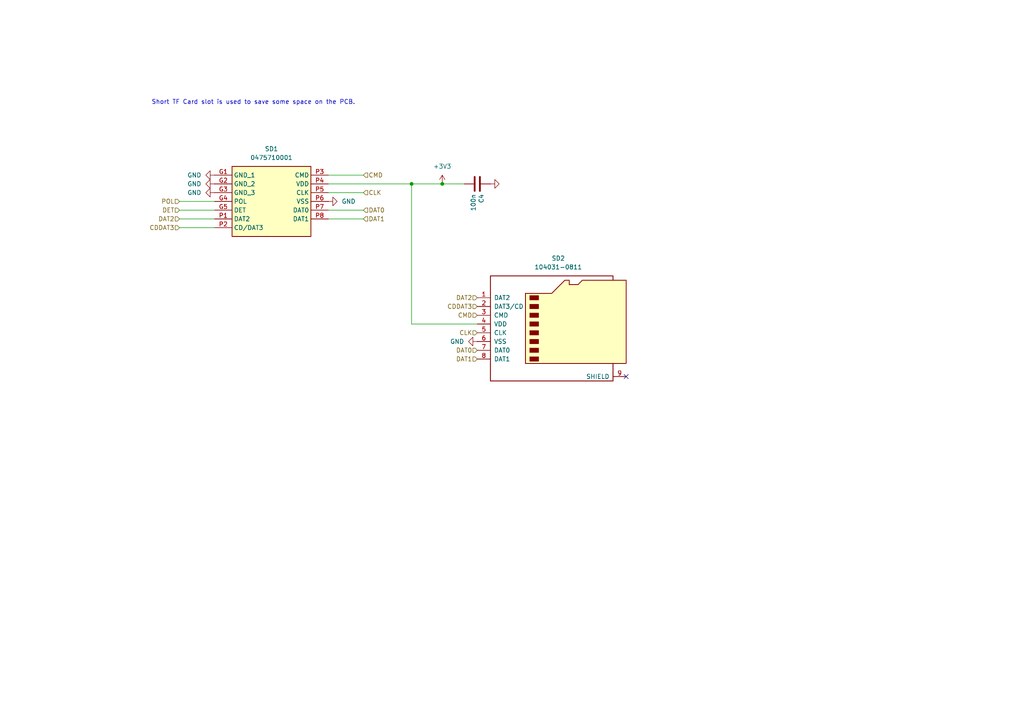
<source format=kicad_sch>
(kicad_sch (version 20231120) (generator "eeschema") (generator_version "8.0")
  (paper "A4")
  (title_block (title "FRANK M2") (date "2025-02-19") (rev "2.1") (company "Mikhail Matveev") (comment 1 "https://github.com/xtremespb/frank"))
  (lib_symbols
    (symbol "Connector:Micro_SD_Card" (pin_names (offset 1.016))
      (property "Reference" "J" (at -16.51 15.24 0))
      (property "Value" "Micro_SD_Card" (at 16.51 15.24 0))
      (symbol "Micro_SD_Card_0_1"
        (rectangle (start -7.62 -9.525) (end -5.08 -10.795) (fill (type outline)))
        (rectangle (start -7.62 -6.985) (end -5.08 -8.255) (fill (type outline)))
        (rectangle (start -7.62 -4.445) (end -5.08 -5.715) (fill (type outline)))
        (rectangle (start -7.62 -1.905) (end -5.08 -3.175) (fill (type outline)))
        (rectangle (start -7.62 0.635) (end -5.08 -0.635) (fill (type outline)))
        (rectangle (start -7.62 3.175) (end -5.08 1.905) (fill (type outline)))
        (rectangle (start -7.62 5.715) (end -5.08 4.445) (fill (type outline)))
        (rectangle (start -7.62 8.255) (end -5.08 6.985) (fill (type outline)))
        (polyline (pts (xy 16.51 12.7) (xy 16.51 13.97) (xy -19.05 13.97) (xy -19.05 -16.51) (xy 16.51 -16.51) (xy 16.51 -11.43)) (stroke (width 0.254)))
        (polyline (pts (xy -8.89 -11.43) (xy -8.89 8.89) (xy -1.27 8.89) (xy 2.54 12.7) (xy 3.81 12.7) (xy 3.81 11.43) (xy 6.35 11.43) (xy 7.62 12.7) (xy 20.32 12.7) (xy 20.32 -11.43) (xy -8.89 -11.43)) (stroke (width 0.254)) (fill (type background)))
      )
      (symbol "Micro_SD_Card_1_1"
        (pin bidirectional line (at -22.86 7.62 0) (length 3.81) (name "DAT2") (number "1"))
        (pin bidirectional line (at -22.86 5.08 0) (length 3.81) (name "DAT3/CD") (number "2"))
        (pin input line (at -22.86 2.54 0) (length 3.81) (name "CMD") (number "3"))
        (pin power_in line (at -22.86 0 0) (length 3.81) (name "VDD") (number "4"))
        (pin input line (at -22.86 -2.54 0) (length 3.81) (name "CLK") (number "5"))
        (pin power_in line (at -22.86 -5.08 0) (length 3.81) (name "VSS") (number "6"))
        (pin bidirectional line (at -22.86 -7.62 0) (length 3.81) (name "DAT0") (number "7"))
        (pin bidirectional line (at -22.86 -10.16 0) (length 3.81) (name "DAT1") (number "8"))
        (pin passive line (at 20.32 -15.24 180) (length 3.81) (name "SHIELD") (number "9"))
      )
    )
    (symbol "Device:C" (pin_numbers hide) (pin_names (offset 0.254))
      (property "Reference" "C" (at 0.635 2.54 0))
      (property "Value" "C" (at 0.635 -2.54 0))
      (symbol "C_0_1"
        (polyline (pts (xy -2.032 -0.762) (xy 2.032 -0.762)) (stroke (width 0.508)))
        (polyline (pts (xy -2.032 0.762) (xy 2.032 0.762)) (stroke (width 0.508)))
      )
      (symbol "C_1_1"
        (pin passive line (at 0 3.81 270) (length 2.794) (name "~") (number "1"))
        (pin passive line (at 0 -3.81 90) (length 2.794) (name "~") (number "2"))
      )
    )
    (symbol "FRANK:MicroSD_Short"
      (property "Reference" "SD1" (at 16.51 7.62 0))
      (property "Value" "MicroSD_Short" (at 16.51 5.08 0))
      (symbol "MicroSD_Short_1_1"
        (rectangle (start 5.08 2.54) (end 27.94 -17.78) (stroke (width 0.254)) (fill (type background)))
        (pin passive line (at 0 0 0) (length 5.08) (name "GND_1") (number "G1"))
        (pin passive line (at 0 -2.54 0) (length 5.08) (name "GND_2") (number "G2"))
        (pin passive line (at 0 -5.08 0) (length 5.08) (name "GND_3") (number "G3"))
        (pin passive line (at 0 -7.62 0) (length 5.08) (name "POL") (number "G4"))
        (pin passive line (at 0 -10.16 0) (length 5.08) (name "DET") (number "G5"))
        (pin passive line (at 0 -12.7 0) (length 5.08) (name "DAT2") (number "P1"))
        (pin passive line (at 0 -15.24 0) (length 5.08) (name "CD/DAT3") (number "P2"))
        (pin passive line (at 33.02 0 180) (length 5.08) (name "CMD") (number "P3"))
        (pin passive line (at 33.02 -2.54 180) (length 5.08) (name "VDD") (number "P4"))
        (pin passive line (at 33.02 -5.08 180) (length 5.08) (name "CLK") (number "P5"))
        (pin passive line (at 33.02 -7.62 180) (length 5.08) (name "VSS") (number "P6"))
        (pin passive line (at 33.02 -10.16 180) (length 5.08) (name "DAT0") (number "P7"))
        (pin passive line (at 33.02 -12.7 180) (length 5.08) (name "DAT1") (number "P8"))
      )
    )
    (symbol "GND_1" (power) (pin_numbers hide) (pin_names (offset 0) hide)
      (property "Value" "GND" (at 0 -3.81 0))
      (symbol "GND_1_0_1"
        (polyline (pts (xy 0 0) (xy 0 -1.27) (xy 1.27 -1.27) (xy 0 -2.54) (xy -1.27 -1.27) (xy 0 -1.27)))
      )
      (symbol "GND_1_1_1"
        (pin power_in line (at 0 0 270) (length 0) (name "~") (number "1"))
      )
    )
    (symbol "power:+3V3" (power) (pin_numbers hide) (pin_names (offset 0) hide)
      (property "Value" "+3V3" (at 0 3.556 0))
      (symbol "+3V3_0_1"
        (polyline (pts (xy -0.762 1.27) (xy 0 2.54)))
        (polyline (pts (xy 0 0) (xy 0 2.54)))
        (polyline (pts (xy 0 2.54) (xy 0.762 1.27)))
      )
      (symbol "+3V3_1_1"
        (pin power_in line (at 0 0 90) (length 0) (name "~") (number "1"))
      )
    )
    (symbol "power:GND" (power) (pin_numbers hide) (pin_names (offset 0) hide)
      (property "Value" "GND" (at 0 -3.81 0))
      (symbol "GND_0_1"
        (polyline (pts (xy 0 0) (xy 0 -1.27) (xy 1.27 -1.27) (xy 0 -2.54) (xy -1.27 -1.27) (xy 0 -1.27)))
      )
      (symbol "GND_1_1"
        (pin power_in line (at 0 0 270) (length 0) (name "~") (number "1"))
      )
    )
  )
  (junction (at 128.27 53.34))
  (junction (at 119.38 53.34))
  (no_connect (at 181.61 109.22))
  (wire (pts (xy 95.25 60.96) (xy 105.41 60.96)))
  (wire (pts (xy 119.38 93.98) (xy 119.38 53.34)))
  (wire (pts (xy 95.25 63.5) (xy 105.41 63.5)))
  (wire (pts (xy 52.07 66.04) (xy 62.23 66.04)))
  (wire (pts (xy 52.07 63.5) (xy 62.23 63.5)))
  (wire (pts (xy 95.25 50.8) (xy 105.41 50.8)))
  (wire (pts (xy 128.27 53.34) (xy 134.62 53.34)))
  (wire (pts (xy 95.25 55.88) (xy 105.41 55.88)))
  (wire (pts (xy 138.43 93.98) (xy 119.38 93.98)))
  (wire (pts (xy 52.07 58.42) (xy 62.23 58.42)))
  (wire (pts (xy 95.25 53.34) (xy 119.38 53.34)))
  (wire (pts (xy 119.38 53.34) (xy 128.27 53.34)))
  (wire (pts (xy 52.07 60.96) (xy 62.23 60.96)))
  (text "Short TF Card slot is used to save some space on the PCB." (at 43.942 29.718 0) (effects (font (size 1.27 1.27)) (justify left)))
  (hierarchical_label "CLK" (shape input) (at 105.41 55.88 0))
  (hierarchical_label "DAT0" (shape input) (at 105.41 60.96 0))
  (hierarchical_label "CMD" (shape input) (at 138.43 91.44 180))
  (hierarchical_label "DAT1" (shape input) (at 105.41 63.5 0))
  (hierarchical_label "DAT2" (shape input) (at 138.43 86.36 180))
  (hierarchical_label "DET" (shape input) (at 52.07 60.96 180))
  (hierarchical_label "DAT0" (shape input) (at 138.43 101.6 180))
  (hierarchical_label "DAT1" (shape input) (at 138.43 104.14 180))
  (hierarchical_label "CDDAT3" (shape input) (at 138.43 88.9 180))
  (hierarchical_label "CDDAT3" (shape input) (at 52.07 66.04 180))
  (hierarchical_label "DAT2" (shape input) (at 52.07 63.5 180))
  (hierarchical_label "POL" (shape input) (at 52.07 58.42 180))
  (hierarchical_label "CLK" (shape input) (at 138.43 96.52 180))
  (hierarchical_label "CMD" (shape input) (at 105.41 50.8 0))
  (symbol (lib_id "Device:C") (at 138.43 53.34 270) (unit 1)
    (property "Reference" "C4" (at 139.5984 56.261 0) (effects (justify left)))
    (property "Value" "100n" (at 137.287 56.261 0) (effects (justify left)))
    (property "Footprint" "FRANK:Capacitor (0805)" (effects (hide yes)))
    (property "Datasheet" "https://eu.mouser.com/datasheet/2/40/KGM_X7R-3223212.pdf" (effects (hide yes)))
    (property "AliExpress" "https://www.aliexpress.com/item/33008008276.html" (effects (hide yes)))
  )
  (symbol (lib_id "power:+3V3") (at 128.27 53.34 0) (unit 1)
    (property "Reference" "#PWR026" (effects (hide yes)))
    (property "Value" "+3V3" (at 128.27 48.26 0))
    (property "Description" "Power symbol creates a global label with name \"+3V3\"" (effects (hide yes)))
  )
  (symbol (lib_id "power:GND") (at 142.24 53.34 90) (unit 1)
    (property "Reference" "#PWR027" (effects (hide yes)))
    (property "Value" "GND" (effects (hide yes)))
    (property "Description" "Power symbol creates a global label with name \"GND\" , ground" (effects (hide yes)))
  )
  (symbol (lib_name "GND_1") (lib_id "power:GND") (at 62.23 53.34 270) (unit 1)
    (property "Reference" "#PWR025" (effects (hide yes)))
    (property "Value" "GND" (at 58.42 53.3399 90) (effects (justify right)))
    (property "Description" "Power symbol creates a global label with name \"GND\" , ground" (effects (hide yes)))
  )
  (symbol (lib_id "FRANK:MicroSD_Short") (at 62.23 50.8 0) (unit 1)
    (property "Reference" "SD1" (at 78.74 43.18 0))
    (property "Value" "0475710001" (at 78.74 45.72 0))
    (property "Footprint" "FRANK:MicroSD (SMD, short)" (effects (hide yes)))
    (property "Datasheet" "https://componentsearchengine.com/Datasheets/2/47571-0001.pdf" (effects (hide yes)))
    (property "Description" "Memory Card Connectors ASSY FOR TFR HEADER HEADER W/DETECT PIN" (effects (hide yes)))
    (property "Height" "2.3" (effects (hide yes)))
    (property "Mouser Part Number" "538-47571-0001" (effects (hide yes)))
    (property "Mouser Price/Stock" "https://www.mouser.co.uk/ProductDetail/Molex/47571-0001?qs=qM7ngqbhX5UTJOg9nqKLJQ%3D%3D" (effects (hide yes)))
    (property "Manufacturer_Name" "Molex" (effects (hide yes)))
    (property "Manufacturer_Part_Number" "47571-0001" (effects (hide yes)))
    (property "AliExpress" "https://www.aliexpress.com/item/1005005302426366.html" (effects (hide yes)))
  )
  (symbol (lib_name "GND_1") (lib_id "power:GND") (at 95.25 58.42 90) (unit 1)
    (property "Reference" "#PWR029" (effects (hide yes)))
    (property "Value" "GND" (at 99.06 58.4199 90) (effects (justify right)))
    (property "Description" "Power symbol creates a global label with name \"GND\" , ground" (effects (hide yes)))
  )
  (symbol (lib_id "power:GND") (at 138.43 99.06 270) (unit 1)
    (property "Reference" "#PWR030" (effects (hide yes)))
    (property "Value" "GND" (at 134.62 99.0599 90) (effects (justify right)))
  )
  (symbol (lib_id "Connector:Micro_SD_Card") (at 161.29 93.98 0) (unit 1)
    (property "Reference" "SD2" (at 161.925 74.93 0))
    (property "Value" "104031-0811" (at 161.925 77.47 0))
    (property "Footprint" "FRANK:MicroSD (SMD, long)" (effects (hide yes)))
    (property "Datasheet" "https://www.we-online.com/components/products/datasheet/693072010801.pdf" (effects (hide yes)))
    (property "Description" "Micro SD Card Socket" (effects (hide yes)))
    (property "AliExpress" "https://www.aliexpress.com/item/1005004214252441.html" (effects (hide yes)))
  )
  (symbol (lib_name "GND_1") (lib_id "power:GND") (at 62.23 55.88 270) (unit 1)
    (property "Reference" "#PWR028" (effects (hide yes)))
    (property "Value" "GND" (at 58.42 55.8799 90) (effects (justify right)))
    (property "Description" "Power symbol creates a global label with name \"GND\" , ground" (effects (hide yes)))
  )
  (symbol (lib_name "GND_1") (lib_id "power:GND") (at 62.23 50.8 270) (unit 1)
    (property "Reference" "#PWR024" (effects (hide yes)))
    (property "Value" "GND" (at 58.42 50.7999 90) (effects (justify right)))
    (property "Description" "Power symbol creates a global label with name \"GND\" , ground" (effects (hide yes)))
  )
)
</source>
